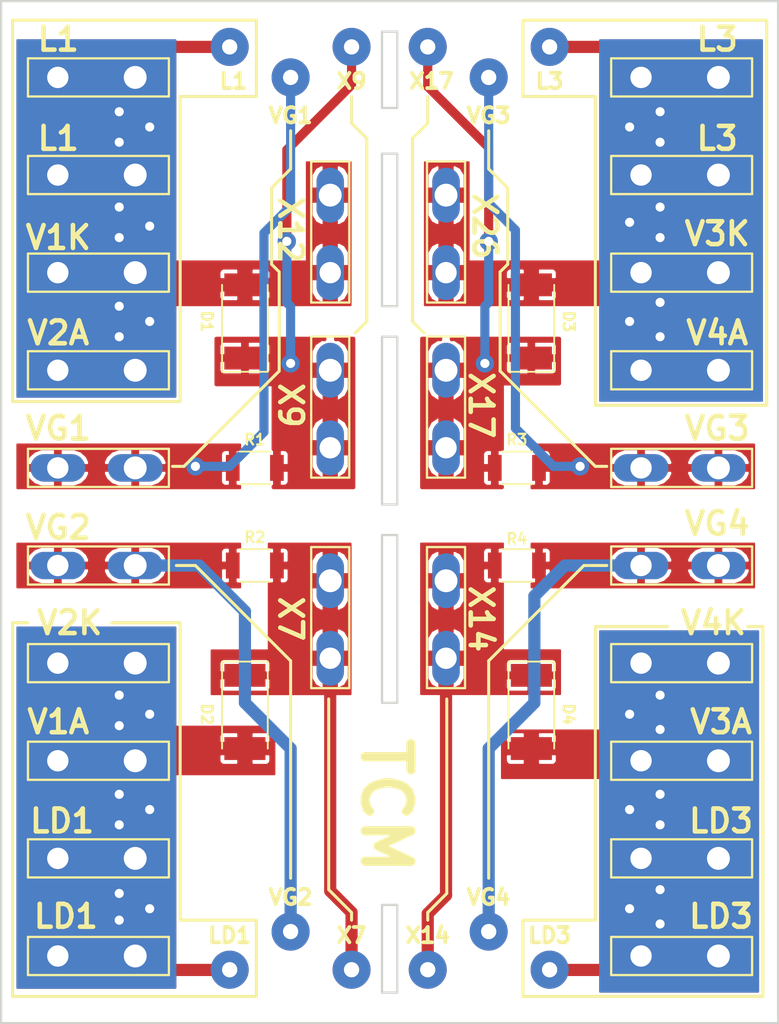
<source format=kicad_pcb>
(kicad_pcb (version 4) (host pcbnew 4.0.7)
  (layers (0 F.Cu signal) (31 B.Cu signal) (34 B.Paste user hide) (35 F.Paste user hide) (36 B.SilkS user) (37 F.SilkS user) (38 B.Mask user) (39 F.Mask user) (44 Edge.Cuts user))
  (net 0 "")
  (net 1 /IN1)
  (net 2 /L1)
  (net 3 /IN2)
  (net 4 /LD1)
  (net 5 /IN3)
  (net 6 /L3)
  (net 7 /IN4)
  (net 8 /LD3)
  (net 9 /VG1)
  (net 10 /VG2)
  (net 11 /VG3)
  (net 12 /VG4)
  (module Wire_Pads:SolderWirePad_single_1mmDrill (layer F.Cu) (at 154 89.5)
    (fp_text reference REF** hide)
    (fp_text value SolderWirePad_single_1mmDrill hide)
    (pad 1 thru_hole circle (at 0 0) (size 1.2 1.2) (drill 0.6) (layers *.Cu) (net 11 /VG3))
  )
  (module Wire_Pads:SolderWirePad_single_1mmDrill (layer F.Cu) (at 128.75 89.5)
    (fp_text reference REF** hide)
    (fp_text value SolderWirePad_single_1mmDrill hide)
    (pad 1 thru_hole circle (at 0 0) (size 1.2 1.2) (drill 0.6) (layers *.Cu) (net 9 /VG1))
  )
  (module Wire_Pads:SolderWirePad_single_1mmDrill (layer F.Cu) (at 148 74.75)
    (fp_text reference REF** hide)
    (fp_text value SolderWirePad_single_1mmDrill hide)
    (pad 1 thru_hole circle (at 0 0) (size 1.2 1.2) (drill 0.6) (layers *.Cu) (net 5 /IN3))
  )
  (module Wire_Pads:SolderWirePad_single_1mmDrill (layer F.Cu) (at 147.75 82.75)
    (fp_text reference REF** hide)
    (fp_text value SolderWirePad_single_1mmDrill hide)
    (pad 1 thru_hole circle (at 0 0) (size 1.2 1.2) (drill 0.6) (layers *.Cu) (net 5 /IN3))
  )
  (module Wire_Pads:SolderWirePad_single_1mmDrill (layer F.Cu) (at 134.75 74.75)
    (fp_text reference REF** hide)
    (fp_text value SolderWirePad_single_1mmDrill hide)
    (pad 1 thru_hole circle (at 0 0) (size 1.2 1.2) (drill 0.6) (layers *.Cu) (net 1 /IN1))
  )
  (module Wire_Pads:SolderWirePad_single_1mmDrill (layer F.Cu) (at 135 82.75)
    (fp_text reference REF** hide)
    (fp_text value SolderWirePad_single_1mmDrill hide)
    (pad 1 thru_hole circle (at 0 0) (size 1.2 1.2) (drill 0.6) (layers *.Cu) (net 1 /IN1))
  )
  (module Wire_Pads:SolderWirePad_single_0-8mmDrill (layer F.Cu) (at 159.25 119.5)
    (fp_text reference REF** hide)
    (fp_text value SolderWirePad_single_0-8mmDrill hide)
    (pad 1 thru_hole circle (at 0 0) (size 1.2 1.2) (drill 0.6) (layers *.Cu *.Mask) (net 8 /LD3))
  )
  (module Wire_Pads:SolderWirePad_single_0-8mmDrill (layer F.Cu) (at 157.25 118.5)
    (fp_text reference REF** hide)
    (fp_text value SolderWirePad_single_0-8mmDrill hide)
    (pad 1 thru_hole circle (at 0 0) (size 1.2 1.2) (drill 0.6) (layers *.Cu *.Mask) (net 8 /LD3))
  )
  (module Wire_Pads:SolderWirePad_single_0-8mmDrill (layer F.Cu) (at 159.25 117.25)
    (fp_text reference REF** hide)
    (fp_text value SolderWirePad_single_0-8mmDrill hide)
    (pad 1 thru_hole circle (at 0 0) (size 1.2 1.2) (drill 0.6) (layers *.Cu *.Mask) (net 8 /LD3))
  )
  (module Wire_Pads:SolderWirePad_single_0-8mmDrill (layer F.Cu) (at 159.25 113)
    (fp_text reference REF** hide)
    (fp_text value SolderWirePad_single_0-8mmDrill hide)
    (pad 1 thru_hole circle (at 0 0) (size 1.2 1.2) (drill 0.6) (layers *.Cu *.Mask) (net 8 /LD3))
  )
  (module Wire_Pads:SolderWirePad_single_0-8mmDrill (layer F.Cu) (at 157.25 112)
    (fp_text reference REF** hide)
    (fp_text value SolderWirePad_single_0-8mmDrill hide)
    (pad 1 thru_hole circle (at 0 0) (size 1.2 1.2) (drill 0.6) (layers *.Cu *.Mask) (net 8 /LD3))
  )
  (module Wire_Pads:SolderWirePad_single_0-8mmDrill (layer F.Cu) (at 159.25 111)
    (fp_text reference REF** hide)
    (fp_text value SolderWirePad_single_0-8mmDrill hide)
    (pad 1 thru_hole circle (at 0 0) (size 1.2 1.2) (drill 0.6) (layers *.Cu *.Mask) (net 8 /LD3))
  )
  (module Wire_Pads:SolderWirePad_single_0-8mmDrill (layer F.Cu) (at 159.25 106.75)
    (fp_text reference REF** hide)
    (fp_text value SolderWirePad_single_0-8mmDrill hide)
    (pad 1 thru_hole circle (at 0 0) (size 1.2 1.2) (drill 0.6) (layers *.Cu *.Mask) (net 8 /LD3))
  )
  (module Wire_Pads:SolderWirePad_single_0-8mmDrill (layer F.Cu) (at 157.25 105.75)
    (fp_text reference REF** hide)
    (fp_text value SolderWirePad_single_0-8mmDrill hide)
    (pad 1 thru_hole circle (at 0 0) (size 1.2 1.2) (drill 0.6) (layers *.Cu *.Mask) (net 8 /LD3))
  )
  (module Wire_Pads:SolderWirePad_single_0-8mmDrill (layer F.Cu) (at 159.25 104.5)
    (fp_text reference REF** hide)
    (fp_text value SolderWirePad_single_0-8mmDrill hide)
    (pad 1 thru_hole circle (at 0 0) (size 1.2 1.2) (drill 0.6) (layers *.Cu *.Mask) (net 8 /LD3))
  )
  (module Wire_Pads:SolderWirePad_single_0-8mmDrill (layer F.Cu) (at 125.75 118.5)
    (fp_text reference REF** hide)
    (fp_text value SolderWirePad_single_0-8mmDrill hide)
    (pad 1 thru_hole circle (at 0 0) (size 1.2 1.2) (drill 0.6) (layers *.Cu *.Mask) (net 4 /LD1))
  )
  (module Wire_Pads:SolderWirePad_single_0-8mmDrill (layer F.Cu) (at 123.75 119.25)
    (fp_text reference REF** hide)
    (fp_text value SolderWirePad_single_0-8mmDrill hide)
    (pad 1 thru_hole circle (at 0 0) (size 1.2 1.2) (drill 0.6) (layers *.Cu *.Mask) (net 4 /LD1))
  )
  (module Wire_Pads:SolderWirePad_single_0-8mmDrill (layer F.Cu) (at 123.75 117.5)
    (fp_text reference REF** hide)
    (fp_text value SolderWirePad_single_0-8mmDrill hide)
    (pad 1 thru_hole circle (at 0 0) (size 1.2 1.2) (drill 0.6) (layers *.Cu *.Mask) (net 4 /LD1))
  )
  (module Wire_Pads:SolderWirePad_single_0-8mmDrill (layer F.Cu) (at 125.75 112)
    (fp_text reference REF** hide)
    (fp_text value SolderWirePad_single_0-8mmDrill hide)
    (pad 1 thru_hole circle (at 0 0) (size 1.2 1.2) (drill 0.6) (layers *.Cu *.Mask) (net 4 /LD1))
  )
  (module Wire_Pads:SolderWirePad_single_0-8mmDrill (layer F.Cu) (at 123.75 113)
    (fp_text reference REF** hide)
    (fp_text value SolderWirePad_single_0-8mmDrill hide)
    (pad 1 thru_hole circle (at 0 0) (size 1.2 1.2) (drill 0.6) (layers *.Cu *.Mask) (net 4 /LD1))
  )
  (module Wire_Pads:SolderWirePad_single_0-8mmDrill (layer F.Cu) (at 123.75 111)
    (fp_text reference REF** hide)
    (fp_text value SolderWirePad_single_0-8mmDrill hide)
    (pad 1 thru_hole circle (at 0 0) (size 1.2 1.2) (drill 0.6) (layers *.Cu *.Mask) (net 4 /LD1))
  )
  (module Wire_Pads:SolderWirePad_single_0-8mmDrill (layer F.Cu) (at 125.75 105.75)
    (fp_text reference REF** hide)
    (fp_text value SolderWirePad_single_0-8mmDrill hide)
    (pad 1 thru_hole circle (at 0 0) (size 1.2 1.2) (drill 0.6) (layers *.Cu *.Mask) (net 4 /LD1))
  )
  (module Wire_Pads:SolderWirePad_single_0-8mmDrill (layer F.Cu) (at 123.75 106.5)
    (fp_text reference REF** hide)
    (fp_text value SolderWirePad_single_0-8mmDrill hide)
    (pad 1 thru_hole circle (at 0 0) (size 1.2 1.2) (drill 0.6) (layers *.Cu *.Mask) (net 4 /LD1))
  )
  (module Wire_Pads:SolderWirePad_single_0-8mmDrill (layer F.Cu) (at 123.75 104.5)
    (fp_text reference REF** hide)
    (fp_text value SolderWirePad_single_0-8mmDrill hide)
    (pad 1 thru_hole circle (at 0 0) (size 1.2 1.2) (drill 0.6) (layers *.Cu *.Mask) (net 4 /LD1))
  )
  (module Wire_Pads:SolderWirePad_single_0-8mmDrill (layer F.Cu) (at 157.25 80)
    (fp_text reference REF** hide)
    (fp_text value SolderWirePad_single_0-8mmDrill hide)
    (pad 1 thru_hole circle (at 0 0) (size 1.2 1.2) (drill 0.6) (layers *.Cu *.Mask) (net 6 /L3))
  )
  (module Wire_Pads:SolderWirePad_single_0-8mmDrill (layer F.Cu) (at 125.75 80)
    (fp_text reference REF** hide)
    (fp_text value SolderWirePad_single_0-8mmDrill hide)
    (pad 1 thru_hole circle (at 0 0) (size 1.2 1.2) (drill 0.6) (layers *.Cu *.Mask) (net 2 /L1))
  )
  (module Wire_Pads:SolderWirePad_single_0-8mmDrill (layer F.Cu) (at 159.25 72.5)
    (fp_text reference REF** hide)
    (fp_text value SolderWirePad_single_0-8mmDrill hide)
    (pad 1 thru_hole circle (at 0 0) (size 1.2 1.2) (drill 0.6) (layers *.Cu *.Mask) (net 6 /L3))
  )
  (module Wire_Pads:SolderWirePad_single_0-8mmDrill (layer F.Cu) (at 159.25 78.75)
    (fp_text reference REF** hide)
    (fp_text value SolderWirePad_single_0-8mmDrill hide)
    (pad 1 thru_hole circle (at 0 0) (size 1.2 1.2) (drill 0.6) (layers *.Cu *.Mask) (net 6 /L3))
  )
  (module Wire_Pads:SolderWirePad_single_0-8mmDrill (layer F.Cu) (at 159.25 66.25)
    (fp_text reference REF** hide)
    (fp_text value SolderWirePad_single_0-8mmDrill hide)
    (pad 1 thru_hole circle (at 0 0) (size 1.2 1.2) (drill 0.6) (layers *.Cu *.Mask) (net 6 /L3))
  )
  (module Wire_Pads:SolderWirePad_single_0-8mmDrill (layer F.Cu) (at 159.25 81)
    (fp_text reference REF** hide)
    (fp_text value SolderWirePad_single_0-8mmDrill hide)
    (pad 1 thru_hole circle (at 0 0) (size 1.2 1.2) (drill 0.6) (layers *.Cu *.Mask) (net 6 /L3))
  )
  (module Wire_Pads:SolderWirePad_single_0-8mmDrill (layer F.Cu) (at 159.25 74.5)
    (fp_text reference REF** hide)
    (fp_text value SolderWirePad_single_0-8mmDrill hide)
    (pad 1 thru_hole circle (at 0 0) (size 1.2 1.2) (drill 0.6) (layers *.Cu *.Mask) (net 6 /L3))
  )
  (module Wire_Pads:SolderWirePad_single_0-8mmDrill (layer F.Cu) (at 123.75 79)
    (fp_text reference REF** hide)
    (fp_text value SolderWirePad_single_0-8mmDrill hide)
    (pad 1 thru_hole circle (at 0 0) (size 1.2 1.2) (drill 0.6) (layers *.Cu *.Mask) (net 2 /L1))
  )
  (module Wire_Pads:SolderWirePad_single_0-8mmDrill (layer F.Cu) (at 157.25 73.5)
    (fp_text reference REF** hide)
    (fp_text value SolderWirePad_single_0-8mmDrill hide)
    (pad 1 thru_hole circle (at 0 0) (size 1.2 1.2) (drill 0.6) (layers *.Cu *.Mask) (net 6 /L3))
  )
  (module Wire_Pads:SolderWirePad_single_0-8mmDrill (layer F.Cu) (at 123.75 81)
    (fp_text reference REF** hide)
    (fp_text value SolderWirePad_single_0-8mmDrill hide)
    (pad 1 thru_hole circle (at 0 0) (size 1.2 1.2) (drill 0.6) (layers *.Cu *.Mask) (net 2 /L1))
  )
  (module Wire_Pads:SolderWirePad_single_0-8mmDrill (layer F.Cu) (at 123.75 72.5)
    (fp_text reference REF** hide)
    (fp_text value SolderWirePad_single_0-8mmDrill hide)
    (pad 1 thru_hole circle (at 0 0) (size 1.2 1.2) (drill 0.6) (layers *.Cu *.Mask) (net 2 /L1))
  )
  (module Wire_Pads:SolderWirePad_single_0-8mmDrill (layer F.Cu) (at 123.75 66.25)
    (fp_text reference REF** hide)
    (fp_text value SolderWirePad_single_0-8mmDrill hide)
    (pad 1 thru_hole circle (at 0 0) (size 1.2 1.2) (drill 0.6) (layers *.Cu *.Mask) (net 2 /L1))
  )
  (module Wire_Pads:SolderWirePad_single_0-8mmDrill (layer F.Cu) (at 159.25 68.25)
    (fp_text reference REF** hide)
    (fp_text value SolderWirePad_single_0-8mmDrill hide)
    (pad 1 thru_hole circle (at 0 0) (size 1.2 1.2) (drill 0.6) (layers *.Cu *.Mask) (net 6 /L3))
  )
  (module Wire_Pads:SolderWirePad_single_0-8mmDrill (layer F.Cu) (at 125.75 73.75)
    (fp_text reference REF** hide)
    (fp_text value SolderWirePad_single_0-8mmDrill hide)
    (pad 1 thru_hole circle (at 0 0) (size 1.2 1.2) (drill 0.6) (layers *.Cu *.Mask) (net 2 /L1))
  )
  (module Wire_Pads:SolderWirePad_single_0-8mmDrill (layer F.Cu) (at 157.25 67.25)
    (fp_text reference REF** hide)
    (fp_text value SolderWirePad_single_0-8mmDrill hide)
    (pad 1 thru_hole circle (at 0 0) (size 1.2 1.2) (drill 0.6) (layers *.Cu *.Mask) (net 6 /L3))
  )
  (module Wire_Pads:SolderWirePad_single_0-8mmDrill (layer F.Cu) (at 125.75 67.25)
    (fp_text reference REF** hide)
    (fp_text value SolderWirePad_single_0-8mmDrill hide)
    (pad 1 thru_hole circle (at 0 0) (size 1.2 1.2) (drill 0.6) (layers *.Cu *.Mask) (net 2 /L1))
  )
  (module Wire_Pads:SolderWirePad_single_0-8mmDrill (layer F.Cu) (at 123.75 74.5)
    (fp_text reference REF** hide)
    (fp_text value SolderWirePad_single_0-8mmDrill hide)
    (pad 1 thru_hole circle (at 0 0) (size 1.2 1.2) (drill 0.6) (layers *.Cu *.Mask) (net 2 /L1))
  )
  (module Wire_Pads:SolderWirePad_single_1mmDrill (layer F.Cu) (at 148 64)
    (fp_text reference REF** hide)
    (fp_text value SolderWirePad_single_1mmDrill hide)
    (pad 1 thru_hole circle (at 0 0) (size 2.49936 2.49936) (drill 1.00076) (layers *.Cu F.Mask) (net 11 /VG3))
  )
  (module Wire_Pads:SolderWirePad_single_1mmDrill (layer F.Cu) (at 135 64)
    (fp_text reference REF** hide)
    (fp_text value SolderWirePad_single_1mmDrill hide)
    (pad 1 thru_hole circle (at 0 0) (size 2.49936 2.49936) (drill 1.00076) (layers *.Cu F.Mask) (net 9 /VG1))
  )
  (module Wire_Pads:SolderWirePad_single_1mmDrill (layer F.Cu) (at 144 62)
    (fp_text reference REF** hide)
    (fp_text value SolderWirePad_single_1mmDrill hide)
    (pad 1 thru_hole circle (at 0 0) (size 2.49936 2.49936) (drill 1.00076) (layers *.Cu F.Mask) (net 5 /IN3))
  )
  (module Wire_Pads:SolderWirePad_single_1mmDrill (layer F.Cu) (at 139 62)
    (fp_text reference REF** hide)
    (fp_text value SolderWirePad_single_1mmDrill hide)
    (pad 1 thru_hole circle (at 0 0) (size 2.49936 2.49936) (drill 1.00076) (layers *.Cu F.Mask) (net 1 /IN1))
  )
  (module Wire_Pads:SolderWirePad_single_1mmDrill (layer F.Cu) (at 152 62)
    (fp_text reference REF** hide)
    (fp_text value SolderWirePad_single_1mmDrill hide)
    (pad 1 thru_hole circle (at 0 0) (size 2.49936 2.49936) (drill 1.00076) (layers *.Cu F.Mask) (net 6 /L3))
  )
  (module Wire_Pads:SolderWirePad_single_1mmDrill (layer F.Cu) (at 131 62)
    (fp_text reference REF** hide)
    (fp_text value SolderWirePad_single_1mmDrill hide)
    (pad 1 thru_hole circle (at 0 0) (size 2.49936 2.49936) (drill 1.00076) (layers *.Cu F.Mask) (net 2 /L1))
  )
  (module Wire_Pads:SolderWirePad_single_1mmDrill (layer F.Cu) (at 135 120)
    (fp_text reference REF** hide)
    (fp_text value SolderWirePad_single_1mmDrill hide)
    (pad 1 thru_hole circle (at 0 0) (size 2.49936 2.49936) (drill 1.00076) (layers *.Cu F.Mask) (net 10 /VG2))
  )
  (module Wire_Pads:SolderWirePad_single_1mmDrill (layer F.Cu) (at 148 120)
    (fp_text reference REF** hide)
    (fp_text value SolderWirePad_single_1mmDrill hide)
    (pad 1 thru_hole circle (at 0 0) (size 2.49936 2.49936) (drill 1.00076) (layers *.Cu F.Mask) (net 12 /VG4))
  )
  (module Wire_Pads:SolderWirePad_single_1mmDrill (layer F.Cu) (at 144 122.5)
    (fp_text reference REF** hide)
    (fp_text value SolderWirePad_single_1mmDrill hide)
    (pad 1 thru_hole circle (at 0 0) (size 2.49936 2.49936) (drill 1.00076) (layers *.Cu F.Mask) (net 7 /IN4))
  )
  (module Wire_Pads:SolderWirePad_single_1mmDrill (layer F.Cu) (at 152 122.5)
    (fp_text reference REF** hide)
    (fp_text value SolderWirePad_single_1mmDrill hide)
    (pad 1 thru_hole circle (at 0 0) (size 2.49936 2.49936) (drill 1.00076) (layers *.Cu F.Mask) (net 8 /LD3))
  )
  (module Wire_Pads:SolderWirePad_single_1mmDrill (layer F.Cu) (at 131 122.5)
    (fp_text reference REF** hide)
    (fp_text value SolderWirePad_single_1mmDrill hide)
    (pad 1 thru_hole circle (at 0 0) (size 2.49936 2.49936) (drill 1.00076) (layers *.Cu F.Mask) (net 4 /LD1))
  )
  (module Mounting_Holes:MountingHole_4.3mm_M4 (layer F.Cu) (at 152 72)
    (fp_text reference REF** hide)
    (fp_text value MountingHole_4.3mm_M4)
    (pad "" np_thru_hole circle (at 0 0) (size 4.3 4.3) (drill 4.3) (layers *.Cu *.Mask))
  )
  (module Mounting_Holes:MountingHole_4.3mm_M4 (layer F.Cu) (at 131 72)
    (fp_text reference REF** hide)
    (fp_text value MountingHole_4.3mm_M4)
    (pad "" np_thru_hole circle (at 0 0) (size 4.3 4.3) (drill 4.3) (layers *.Cu *.Mask))
  )
  (module Mounting_Holes:MountingHole_4.3mm_M4 (layer F.Cu) (at 152 113)
    (fp_text reference REF** hide)
    (fp_text value MountingHole_4.3mm_M4 hide)
    (pad "" np_thru_hole circle (at 0 0) (size 4.3 4.3) (drill 4.3) (layers *.Cu *.Mask))
  )
  (module disc:D_MELF (layer F.Cu) (at 132 80 90)
    (fp_text reference D1 hide)
    (fp_text value LL4007)
    (pad 1 smd rect (at -2.4 0 90) (size 1.5 2.7) (layers F.Cu F.Paste F.Mask) (net 1 /IN1))
    (pad 2 smd rect (at 2.4 0 90) (size 1.5 2.7) (layers F.Cu F.Paste F.Mask) (net 2 /L1) (thermal_gap 0.254))
  )
  (module disc:D_MELF (layer F.Cu) (at 132 105.6 270)
    (fp_text reference D2 hide)
    (fp_text value LL4007)
    (pad 1 smd rect (at -2.4 0 270) (size 1.5 2.7) (layers F.Cu F.Paste F.Mask) (net 3 /IN2))
    (pad 2 smd rect (at 2.4 0 270) (size 1.5 2.7) (layers F.Cu F.Paste F.Mask) (net 4 /LD1) (thermal_gap 0.254))
  )
  (module disc:D_MELF (layer F.Cu) (at 150.8 80 90)
    (fp_text reference D3 hide)
    (fp_text value LL4007)
    (pad 1 smd rect (at -2.4 0 90) (size 1.5 2.7) (layers F.Cu F.Paste F.Mask) (net 5 /IN3))
    (pad 2 smd rect (at 2.4 0 90) (size 1.5 2.7) (layers F.Cu F.Paste F.Mask) (net 6 /L3) (thermal_gap 0.254))
  )
  (module disc:D_MELF (layer F.Cu) (at 150.8 105.6 270)
    (fp_text reference D4 hide)
    (fp_text value LL4007)
    (pad 1 smd rect (at -2.4 0 270) (size 1.5 2.7) (layers F.Cu F.Paste F.Mask) (net 7 /IN4))
    (pad 2 smd rect (at 2.4 0 270) (size 1.5 2.7) (layers F.Cu F.Paste F.Mask) (net 8 /LD3) (thermal_gap 0.254))
  )
  (module mech:Faston_6.3x0.8x14 (layer F.Cu) (at 122.26 64)
    (fp_text reference L11 hide)
    (fp_text value Faston_6.3x08x14)
    (pad 1 thru_hole oval (at -2.54 0) (size 3.6 1.8) (drill 1.4) (layers *.Cu *.Mask) (net 2 /L1))
    (pad 1 thru_hole oval (at 2.54 0) (size 3.6 1.8) (drill 1.5) (layers *.Cu *.Mask) (net 2 /L1))
  )
  (module mech:Faston_6.3x0.8x14 (layer F.Cu) (at 122.26 70.4)
    (fp_text reference L12 hide)
    (fp_text value Faston_6.3x08x14)
    (pad 1 thru_hole oval (at -2.54 0) (size 3.6 1.8) (drill 1.4) (layers *.Cu *.Mask) (net 2 /L1))
    (pad 1 thru_hole oval (at 2.54 0) (size 3.6 1.8) (drill 1.5) (layers *.Cu *.Mask) (net 2 /L1))
  )
  (module mech:Faston_6.3x0.8x14 (layer F.Cu) (at 160.54 64)
    (fp_text reference L31 hide)
    (fp_text value Faston_6.3x08x14)
    (pad 1 thru_hole oval (at -2.54 0) (size 3.6 1.8) (drill 1.4) (layers *.Cu *.Mask) (net 6 /L3))
    (pad 1 thru_hole oval (at 2.54 0) (size 3.6 1.8) (drill 1.5) (layers *.Cu *.Mask) (net 6 /L3))
  )
  (module mech:Faston_6.3x0.8x14 (layer F.Cu) (at 160.54 70.4)
    (fp_text reference L32 hide)
    (fp_text value Faston_6.3x08x14)
    (pad 1 thru_hole oval (at -2.54 0) (size 3.6 1.8) (drill 1.4) (layers *.Cu *.Mask) (net 6 /L3))
    (pad 1 thru_hole oval (at 2.54 0) (size 3.6 1.8) (drill 1.5) (layers *.Cu *.Mask) (net 6 /L3))
  )
  (module mech:Faston_6.3x0.8x14 (layer F.Cu) (at 122.26 121.6)
    (fp_text reference LD11 hide)
    (fp_text value Faston_6.3x08x14)
    (pad 1 thru_hole oval (at -2.54 0) (size 3.6 1.8) (drill 1.4) (layers *.Cu *.Mask) (net 4 /LD1))
    (pad 1 thru_hole oval (at 2.54 0) (size 3.6 1.8) (drill 1.5) (layers *.Cu *.Mask) (net 4 /LD1))
  )
  (module mech:Faston_6.3x0.8x14 (layer F.Cu) (at 122.26 115.2)
    (fp_text reference LD12 hide)
    (fp_text value Faston_6.3x08x14)
    (pad 1 thru_hole oval (at -2.54 0) (size 3.6 1.8) (drill 1.4) (layers *.Cu *.Mask) (net 4 /LD1))
    (pad 1 thru_hole oval (at 2.54 0) (size 3.6 1.8) (drill 1.5) (layers *.Cu *.Mask) (net 4 /LD1))
  )
  (module mech:Faston_6.3x0.8x14 (layer F.Cu) (at 160.54 115.2)
    (fp_text reference LD31 hide)
    (fp_text value Faston_6.3x08x14)
    (pad 1 thru_hole oval (at -2.54 0) (size 3.6 1.8) (drill 1.4) (layers *.Cu *.Mask) (net 8 /LD3))
    (pad 1 thru_hole oval (at 2.54 0) (size 3.6 1.8) (drill 1.5) (layers *.Cu *.Mask) (net 8 /LD3))
  )
  (module mech:Faston_6.3x0.8x14 (layer F.Cu) (at 160.54 121.6)
    (fp_text reference LD32 hide)
    (fp_text value Faston_6.3x08x14)
    (pad 1 thru_hole oval (at -2.54 0) (size 3.6 1.8) (drill 1.4) (layers *.Cu *.Mask) (net 8 /LD3))
    (pad 1 thru_hole oval (at 2.54 0) (size 3.6 1.8) (drill 1.5) (layers *.Cu *.Mask) (net 8 /LD3))
  )
  (module resistors:R_1206 (layer F.Cu) (at 132.65 89.6)
    (fp_text reference R1 (at 0 -1.85) (layer F.SilkS) (effects (font (size 0.7 0.7))))
    (fp_text value 330R)
    (pad 1 smd rect (at -1.45 0) (size 0.9 1.7) (layers F.Cu F.Paste F.Mask) (net 9 /VG1))
    (pad 2 smd rect (at 1.45 0) (size 0.9 1.7) (layers F.Cu F.Paste F.Mask) (net 1 /IN1))
  )
  (module resistors:R_1206 (layer F.Cu) (at 132.65 96)
    (fp_text reference R2 (at 0 -1.85) (layer F.SilkS) (effects (font (size 0.7 0.7))))
    (fp_text value 330R)
    (pad 1 smd rect (at -1.45 0) (size 0.9 1.7) (layers F.Cu F.Paste F.Mask) (net 10 /VG2))
    (pad 2 smd rect (at 1.45 0) (size 0.9 1.7) (layers F.Cu F.Paste F.Mask) (net 3 /IN2))
  )
  (module resistors:R_1206 (layer F.Cu) (at 149.85 89.6 180)
    (fp_text reference R3 (at 0 1.85 180) (layer F.SilkS) (effects (font (size 0.7 0.7))))
    (fp_text value 330R)
    (pad 1 smd rect (at -1.45 0 180) (size 0.9 1.7) (layers F.Cu F.Paste F.Mask) (net 11 /VG3))
    (pad 2 smd rect (at 1.45 0 180) (size 0.9 1.7) (layers F.Cu F.Paste F.Mask) (net 5 /IN3))
  )
  (module resistors:R_1206 (layer F.Cu) (at 149.85 96 180)
    (fp_text reference R4 (at 0 1.75 180) (layer F.SilkS) (effects (font (size 0.7 0.7))))
    (fp_text value 330R)
    (pad 1 smd rect (at -1.45 0 180) (size 0.9 1.7) (layers F.Cu F.Paste F.Mask) (net 12 /VG4))
    (pad 2 smd rect (at 1.45 0 180) (size 0.9 1.7) (layers F.Cu F.Paste F.Mask) (net 7 /IN4))
  )
  (module mech:Faston_6.3x0.8x14 (layer F.Cu) (at 122.26 108.8)
    (fp_text reference V1A1 hide)
    (fp_text value Faston_6.3x08x14)
    (pad 1 thru_hole oval (at -2.54 0) (size 3.6 1.8) (drill 1.4) (layers *.Cu *.Mask) (net 4 /LD1))
    (pad 1 thru_hole oval (at 2.54 0) (size 3.6 1.8) (drill 1.5) (layers *.Cu *.Mask) (net 4 /LD1))
  )
  (module mech:Faston_6.3x0.8x14 (layer F.Cu) (at 122.26 76.8)
    (fp_text reference V1K1 hide)
    (fp_text value Faston_6.3x08x14)
    (pad 1 thru_hole oval (at -2.54 0) (size 3.6 1.8) (drill 1.4) (layers *.Cu *.Mask) (net 2 /L1))
    (pad 1 thru_hole oval (at 2.54 0) (size 3.6 1.8) (drill 1.5) (layers *.Cu *.Mask) (net 2 /L1))
  )
  (module mech:Faston_6.3x0.8x14 (layer F.Cu) (at 122.26 83.2)
    (fp_text reference V2A1 hide)
    (fp_text value Faston_6.3x08x14)
    (pad 1 thru_hole oval (at -2.54 0) (size 3.6 1.8) (drill 1.4) (layers *.Cu *.Mask) (net 2 /L1))
    (pad 1 thru_hole oval (at 2.54 0) (size 3.6 1.8) (drill 1.5) (layers *.Cu *.Mask) (net 2 /L1))
  )
  (module mech:Faston_6.3x0.8x14 (layer F.Cu) (at 122.26 102.4)
    (fp_text reference V2K1 hide)
    (fp_text value Faston_6.3x08x14)
    (pad 1 thru_hole oval (at -2.54 0) (size 3.6 1.8) (drill 1.4) (layers *.Cu *.Mask) (net 4 /LD1))
    (pad 1 thru_hole oval (at 2.54 0) (size 3.6 1.8) (drill 1.5) (layers *.Cu *.Mask) (net 4 /LD1))
  )
  (module mech:Faston_6.3x0.8x14 (layer F.Cu) (at 160.54 108.8)
    (fp_text reference V3A1 hide)
    (fp_text value Faston_6.3x08x14)
    (pad 1 thru_hole oval (at -2.54 0) (size 3.6 1.8) (drill 1.4) (layers *.Cu *.Mask) (net 8 /LD3))
    (pad 1 thru_hole oval (at 2.54 0) (size 3.6 1.8) (drill 1.5) (layers *.Cu *.Mask) (net 8 /LD3))
  )
  (module mech:Faston_6.3x0.8x14 (layer F.Cu) (at 160.54 76.8)
    (fp_text reference V3K1 hide)
    (fp_text value Faston_6.3x08x14)
    (pad 1 thru_hole oval (at -2.54 0) (size 3.6 1.8) (drill 1.4) (layers *.Cu *.Mask) (net 6 /L3))
    (pad 1 thru_hole oval (at 2.54 0) (size 3.6 1.8) (drill 1.5) (layers *.Cu *.Mask) (net 6 /L3))
  )
  (module mech:Faston_6.3x0.8x14 (layer F.Cu) (at 160.54 83.2)
    (fp_text reference V4A1 hide)
    (fp_text value Faston_6.3x08x14)
    (pad 1 thru_hole oval (at -2.54 0) (size 3.6 1.8) (drill 1.4) (layers *.Cu *.Mask) (net 6 /L3))
    (pad 1 thru_hole oval (at 2.54 0) (size 3.6 1.8) (drill 1.5) (layers *.Cu *.Mask) (net 6 /L3))
  )
  (module mech:Faston_6.3x0.8x14 (layer F.Cu) (at 160.54 102.4)
    (fp_text reference V4K1 hide)
    (fp_text value Faston_6.3x08x14)
    (pad 1 thru_hole oval (at -2.54 0) (size 3.6 1.8) (drill 1.4) (layers *.Cu *.Mask) (net 8 /LD3))
    (pad 1 thru_hole oval (at 2.54 0) (size 3.6 1.8) (drill 1.5) (layers *.Cu *.Mask) (net 8 /LD3))
  )
  (module mech:Faston_6.3x0.8x14 (layer F.Cu) (at 122.26 89.6)
    (fp_text reference VG1 (at -2.51 -2.6) (layer F.SilkS) (effects (font (size 1.5 1.5) (thickness 0.3))))
    (fp_text value Faston_6.3x08x14)
    (pad 1 thru_hole oval (at -2.54 0) (size 3.6 1.8) (drill 1.4) (layers *.Cu *.Mask) (net 9 /VG1))
    (pad 1 thru_hole oval (at 2.54 0) (size 3.6 1.8) (drill 1.5) (layers *.Cu *.Mask) (net 9 /VG1))
  )
  (module mech:Faston_6.3x0.8x14 (layer F.Cu) (at 122.26 96)
    (fp_text reference VG2 (at -2.51 -2.5) (layer F.SilkS) (effects (font (size 1.5 1.5) (thickness 0.3))))
    (fp_text value Faston_6.3x08x14)
    (pad 1 thru_hole oval (at -2.54 0) (size 3.6 1.8) (drill 1.4) (layers *.Cu *.Mask) (net 10 /VG2))
    (pad 1 thru_hole oval (at 2.54 0) (size 3.6 1.8) (drill 1.5) (layers *.Cu *.Mask) (net 10 /VG2))
  )
  (module mech:Faston_6.3x0.8x14 (layer F.Cu) (at 160.54 89.6)
    (fp_text reference VG3 (at 2.46 -2.6) (layer F.SilkS) (effects (font (size 1.5 1.5) (thickness 0.3))))
    (fp_text value Faston_6.3x08x14)
    (pad 1 thru_hole oval (at -2.54 0) (size 3.6 1.8) (drill 1.4) (layers *.Cu *.Mask) (net 11 /VG3))
    (pad 1 thru_hole oval (at 2.54 0) (size 3.6 1.8) (drill 1.5) (layers *.Cu *.Mask) (net 11 /VG3))
  )
  (module mech:Faston_6.3x0.8x14 (layer F.Cu) (at 160.54 96)
    (fp_text reference VG4 (at 2.46 -2.75) (layer F.SilkS) (effects (font (size 1.5 1.5) (thickness 0.3))))
    (fp_text value Faston_6.3x08x14)
    (pad 1 thru_hole oval (at -2.54 0) (size 3.6 1.8) (drill 1.4) (layers *.Cu *.Mask) (net 12 /VG4))
    (pad 1 thru_hole oval (at 2.54 0) (size 3.6 1.8) (drill 1.5) (layers *.Cu *.Mask) (net 12 /VG4))
  )
  (module mech:Faston_6.3x0.8x14 (layer F.Cu) (at 137.6 99.54 90)
    (fp_text reference X7 hide)
    (fp_text value Faston_6.3x08x14)
    (pad 1 thru_hole oval (at -2.54 0 90) (size 3.6 1.8) (drill 1.4) (layers *.Cu *.Mask) (net 3 /IN2) (thermal_gap 0.254))
    (pad 1 thru_hole oval (at 2.54 0 90) (size 3.6 1.8) (drill 1.5) (layers *.Cu *.Mask) (net 3 /IN2) (thermal_gap 0.254))
  )
  (module mech:Faston_6.3x0.8x14 (layer F.Cu) (at 137.6 85.74 90)
    (fp_text reference X9 hide)
    (fp_text value Faston_6.3x08x14)
    (pad 1 thru_hole oval (at -2.54 0 90) (size 3.6 1.8) (drill 1.4) (layers *.Cu *.Mask) (net 1 /IN1) (thermal_gap 0.254))
    (pad 1 thru_hole oval (at 2.54 0 90) (size 3.6 1.8) (drill 1.5) (layers *.Cu *.Mask) (net 1 /IN1) (thermal_gap 0.254))
  )
  (module mech:Faston_6.3x0.8x14 (layer F.Cu) (at 137.6 74.26 90)
    (fp_text reference X12 hide)
    (fp_text value Faston_6.3x08x14)
    (pad 1 thru_hole oval (at -2.54 0 90) (size 3.6 1.8) (drill 1.4) (layers *.Cu *.Mask) (net 2 /L1) (thermal_gap 0.254))
    (pad 1 thru_hole oval (at 2.54 0 90) (size 3.6 1.8) (drill 1.5) (layers *.Cu *.Mask) (net 2 /L1) (thermal_gap 0.254))
  )
  (module mech:Faston_6.3x0.8x14 (layer F.Cu) (at 145.2 99.54 90)
    (fp_text reference X14 hide)
    (fp_text value Faston_6.3x08x14)
    (pad 1 thru_hole oval (at -2.54 0 90) (size 3.6 1.8) (drill 1.4) (layers *.Cu *.Mask) (net 7 /IN4) (thermal_gap 0.254))
    (pad 1 thru_hole oval (at 2.54 0 90) (size 3.6 1.8) (drill 1.5) (layers *.Cu *.Mask) (net 7 /IN4) (thermal_gap 0.254))
  )
  (module mech:Faston_6.3x0.8x14 (layer F.Cu) (at 145.2 85.74 90)
    (fp_text reference X17 hide)
    (fp_text value Faston_6.3x08x14)
    (pad 1 thru_hole oval (at -2.54 0 90) (size 3.6 1.8) (drill 1.4) (layers *.Cu *.Mask) (net 5 /IN3) (thermal_gap 0.254))
    (pad 1 thru_hole oval (at 2.54 0 90) (size 3.6 1.8) (drill 1.5) (layers *.Cu *.Mask) (net 5 /IN3) (thermal_gap 0.254))
  )
  (module mech:Faston_6.3x0.8x14 (layer F.Cu) (at 145.2 74.26 90)
    (fp_text reference X26 hide)
    (fp_text value Faston_6.3x08x14)
    (pad 1 thru_hole oval (at -2.54 0 90) (size 3.6 1.8) (drill 1.4) (layers *.Cu *.Mask) (net 6 /L3) (thermal_gap 0.254))
    (pad 1 thru_hole oval (at 2.54 0 90) (size 3.6 1.8) (drill 1.5) (layers *.Cu *.Mask) (net 6 /L3) (thermal_gap 0.254))
  )
  (module Mounting_Holes:MountingHole_4.3mm_M4 (layer F.Cu) (at 131 113)
    (fp_text reference REF** hide)
    (fp_text value MountingHole_4.3mm_M4 hide)
    (pad "" np_thru_hole circle (at 0 0) (size 4.3 4.3) (drill 4.3) (layers *.Cu *.Mask))
  )
  (module Wire_Pads:SolderWirePad_single_1mmDrill (layer F.Cu) (at 139 122.5)
    (fp_text reference REF** hide)
    (fp_text value SolderWirePad_single_1mmDrill hide)
    (pad 1 thru_hole circle (at 0 0) (size 2.49936 2.49936) (drill 1.00076) (layers *.Cu F.Mask) (net 3 /IN2))
  )
  (module Wire_Pads:SolderWirePad_single_0-8mmDrill (layer F.Cu) (at 123.75 68.25)
    (fp_text reference REF** hide)
    (fp_text value SolderWirePad_single_0-8mmDrill hide)
    (pad 1 thru_hole circle (at 0 0) (size 1.2 1.2) (drill 0.6) (layers *.Cu *.Mask) (net 2 /L1))
  )
  (gr_line (start 154.25 96) (end 155.75 96) (layer F.SilkS) (width 0.2))
  (gr_line (start 148 102.25) (end 154.25 96) (layer F.SilkS) (width 0.2))
  (gr_line (start 148 116.5) (end 148 102.25) (layer F.SilkS) (width 0.2))
  (gr_line (start 128.75 96) (end 127.5 96) (layer F.SilkS) (width 0.2))
  (gr_line (start 135 102.25) (end 128.75 96) (layer F.SilkS) (width 0.2))
  (gr_line (start 135 116.5) (end 135 102.25) (layer F.SilkS) (width 0.2))
  (gr_line (start 155 89.5) (end 155.75 89.5) (layer F.SilkS) (width 0.2))
  (gr_line (start 153.25 87.75) (end 155 89.5) (layer F.SilkS) (width 0.2))
  (gr_line (start 128 89.5) (end 127.25 89.5) (layer F.SilkS) (width 0.2))
  (gr_line (start 129.75 87.75) (end 128 89.5) (layer F.SilkS) (width 0.2))
  (gr_line (start 148.75 83.25) (end 153.25 87.75) (layer F.SilkS) (width 0.2))
  (gr_line (start 148.75 76.75) (end 148.75 83.25) (layer F.SilkS) (width 0.2))
  (gr_line (start 149.25 76.25) (end 148.75 76.75) (layer F.SilkS) (width 0.2))
  (gr_line (start 149.25 71.25) (end 149.25 76.25) (layer F.SilkS) (width 0.2))
  (gr_line (start 148 70) (end 149.25 71.25) (layer F.SilkS) (width 0.2))
  (gr_line (start 148 67.5) (end 148 70) (layer F.SilkS) (width 0.2))
  (gr_line (start 134.25 83.25) (end 129.75 87.75) (layer F.SilkS) (width 0.2))
  (gr_line (start 134.25 76.75) (end 134.25 83.25) (layer F.SilkS) (width 0.2))
  (gr_line (start 133.75 76.25) (end 134.25 76.75) (layer F.SilkS) (width 0.2))
  (gr_line (start 133.75 71.25) (end 133.75 76.25) (layer F.SilkS) (width 0.2))
  (gr_line (start 135 70) (end 133.75 71.25) (layer F.SilkS) (width 0.2))
  (gr_line (start 135 67.5) (end 135 70) (layer F.SilkS) (width 0.2))
  (gr_line (start 143 80) (end 143.75 80.75) (layer F.SilkS) (width 0.2))
  (gr_line (start 143 68) (end 143 80) (layer F.SilkS) (width 0.2))
  (gr_line (start 144 67) (end 143 68) (layer F.SilkS) (width 0.2))
  (gr_line (start 144 65.25) (end 144 67) (layer F.SilkS) (width 0.2))
  (gr_line (start 140 80) (end 139.25 80.75) (layer F.SilkS) (width 0.2))
  (gr_line (start 140 68) (end 140 80) (layer F.SilkS) (width 0.2))
  (gr_line (start 139 67) (end 140 68) (layer F.SilkS) (width 0.2))
  (gr_line (start 139 65.25) (end 139 67) (layer F.SilkS) (width 0.2))
  (gr_line (start 139 118.75) (end 139 119.25) (layer F.SilkS) (width 0.2))
  (gr_line (start 137.5 117.25) (end 139 118.75) (layer F.SilkS) (width 0.2))
  (gr_line (start 137.5 104.75) (end 137.5 117.25) (layer F.SilkS) (width 0.2))
  (gr_line (start 144 118.75) (end 144 119.25) (layer F.SilkS) (width 0.2))
  (gr_line (start 145.25 117.5) (end 144 118.75) (layer F.SilkS) (width 0.2))
  (gr_line (start 145.25 104.75) (end 145.25 117.5) (layer F.SilkS) (width 0.2))
  (gr_line (start 150.25 124.25) (end 150.25 119.25) (layer F.SilkS) (width 0.2))
  (gr_line (start 166 124.25) (end 150.25 124.25) (layer F.SilkS) (width 0.2))
  (gr_line (start 166 100) (end 166 124.25) (layer F.SilkS) (width 0.2))
  (gr_line (start 165 100) (end 166 100) (layer F.SilkS) (width 0.2))
  (gr_line (start 155 100) (end 159.75 100) (layer F.SilkS) (width 0.2))
  (gr_line (start 155 119.25) (end 155 100) (layer F.SilkS) (width 0.2))
  (gr_line (start 150.25 119.25) (end 155 119.25) (layer F.SilkS) (width 0.2))
  (gr_line (start 116.75 99.75) (end 117.75 99.75) (layer F.SilkS) (width 0.2))
  (gr_line (start 116.75 124.25) (end 116.75 99.75) (layer F.SilkS) (width 0.2))
  (gr_line (start 132.75 124.25) (end 116.75 124.25) (layer F.SilkS) (width 0.2))
  (gr_line (start 132.75 119.25) (end 132.75 124.25) (layer F.SilkS) (width 0.2))
  (gr_line (start 127.75 119.25) (end 132.75 119.25) (layer F.SilkS) (width 0.2))
  (gr_line (start 127.75 99.75) (end 127.75 119.25) (layer F.SilkS) (width 0.2))
  (gr_line (start 123.25 99.75) (end 127.75 99.75) (layer F.SilkS) (width 0.2))
  (gr_line (start 150.25 65.25) (end 150.25 60.25) (layer F.SilkS) (width 0.2))
  (gr_line (start 155 65.25) (end 150.25 65.25) (layer F.SilkS) (width 0.2))
  (gr_line (start 155 85.5) (end 155 65.25) (layer F.SilkS) (width 0.2))
  (gr_line (start 166.25 85.5) (end 155 85.5) (layer F.SilkS) (width 0.2))
  (gr_line (start 166.25 60.25) (end 166.25 85.5) (layer F.SilkS) (width 0.2))
  (gr_line (start 150.25 60.25) (end 166.25 60.25) (layer F.SilkS) (width 0.2))
  (gr_line (start 116.75 85.25) (end 116.75 60.25) (layer F.SilkS) (width 0.2))
  (gr_line (start 127.75 85.25) (end 116.75 85.25) (layer F.SilkS) (width 0.2))
  (gr_line (start 127.75 65.25) (end 127.75 85.25) (layer F.SilkS) (width 0.2))
  (gr_line (start 132.75 65.25) (end 127.75 65.25) (layer F.SilkS) (width 0.2))
  (gr_line (start 132.75 60.25) (end 132.75 65.25) (layer F.SilkS) (width 0.2))
  (gr_line (start 116.75 60.25) (end 132.75 60.25) (layer F.SilkS) (width 0.2))
  (gr_text D4 (at 153.25 105.75 270) (layer F.SilkS) (effects (font (size 0.7 0.7) (thickness 0.175))))
  (gr_text D2 (at 129.5 105.75 270) (layer F.SilkS) (effects (font (size 0.7 0.7) (thickness 0.175))))
  (gr_text D3 (at 153.25 80 270) (layer F.SilkS) (effects (font (size 0.7 0.7) (thickness 0.175))))
  (gr_text D1 (at 129.5 80 270) (layer F.SilkS) (effects (font (size 0.7 0.7) (thickness 0.175))))
  (gr_text TCM (at 141.25 111.75 270) (layer F.SilkS) (effects (font (size 3 3) (thickness 0.6))))
  (gr_text L3 (at 163 68) (layer F.SilkS) (effects (font (size 1.5 1.5) (thickness 0.3))))
  (gr_text L3 (at 163 61.5) (layer F.SilkS) (effects (font (size 1.5 1.5) (thickness 0.3))))
  (gr_text L1 (at 119.75 61.5) (layer F.SilkS) (effects (font (size 1.5 1.5) (thickness 0.3))))
  (gr_text L1 (at 119.75 68) (layer F.SilkS) (effects (font (size 1.5 1.5) (thickness 0.3))))
  (gr_text V2A (at 119.75 80.75) (layer F.SilkS) (effects (font (size 1.5 1.5) (thickness 0.3))))
  (gr_text V1K (at 119.75 74.5) (layer F.SilkS) (effects (font (size 1.5 1.5) (thickness 0.3))))
  (gr_text V3K (at 163 74.25) (layer F.SilkS) (effects (font (size 1.5 1.5) (thickness 0.3))))
  (gr_text V4A (at 163 80.75) (layer F.SilkS) (effects (font (size 1.5 1.5) (thickness 0.3))))
  (gr_text V4K (at 162.75 99.75) (layer F.SilkS) (effects (font (size 1.5 1.5) (thickness 0.3))))
  (gr_text V3A (at 163.25 106.25) (layer F.SilkS) (effects (font (size 1.5 1.5) (thickness 0.3))))
  (gr_text V2K (at 120.5 99.75) (layer F.SilkS) (effects (font (size 1.5 1.5) (thickness 0.3))))
  (gr_text V1A (at 119.75 106.25) (layer F.SilkS) (effects (font (size 1.5 1.5) (thickness 0.3))))
  (gr_text LD3 (at 163.25 119) (layer F.SilkS) (effects (font (size 1.5 1.5) (thickness 0.3))))
  (gr_text LD3 (at 163.25 112.75) (layer F.SilkS) (effects (font (size 1.5 1.5) (thickness 0.3))))
  (gr_text LD1 (at 120 112.75) (layer F.SilkS) (effects (font (size 1.5 1.5) (thickness 0.3))))
  (gr_text LD1 (at 120.25 119) (layer F.SilkS) (effects (font (size 1.5 1.5) (thickness 0.3))))
  (gr_text L3 (at 152 64.25) (layer F.SilkS) (effects (font (size 1 1) (thickness 0.25))))
  (gr_text VG3 (at 148 66.5) (layer F.SilkS) (effects (font (size 1 1) (thickness 0.25))))
  (gr_text X17 (at 144.25 64.25) (layer F.SilkS) (effects (font (size 1 1) (thickness 0.25))))
  (gr_text X9 (at 139 64.25) (layer F.SilkS) (effects (font (size 1 1) (thickness 0.25))))
  (gr_text VG1 (at 135 66.5) (layer F.SilkS) (effects (font (size 1 1) (thickness 0.25))))
  (gr_text L1 (at 131.25 64.25) (layer F.SilkS) (effects (font (size 1 1) (thickness 0.25))))
  (gr_text LD3 (at 152 120.25) (layer F.SilkS) (effects (font (size 1 1) (thickness 0.25))))
  (gr_text VG4 (at 148 117.75) (layer F.SilkS) (effects (font (size 1 1) (thickness 0.25))))
  (gr_text X14 (at 144 120.25) (layer F.SilkS) (effects (font (size 1 1) (thickness 0.25))))
  (gr_text X7 (at 139 120.25) (layer F.SilkS) (effects (font (size 1 1) (thickness 0.25))))
  (gr_text VG2 (at 135 117.75) (layer F.SilkS) (effects (font (size 1 1) (thickness 0.25))))
  (gr_text LD1 (at 131 120.25) (layer F.SilkS) (effects (font (size 1 1) (thickness 0.25))))
  (gr_line (start 141 124) (end 141 118.25) (layer Edge.Cuts) (width 0.15))
  (gr_line (start 142 124) (end 141 124) (layer Edge.Cuts) (width 0.15))
  (gr_line (start 142 118.25) (end 142 124) (layer Edge.Cuts) (width 0.15))
  (gr_line (start 141 118.25) (end 142 118.25) (layer Edge.Cuts) (width 0.15))
  (gr_line (start 141 105) (end 141 94) (layer Edge.Cuts) (width 0.15))
  (gr_line (start 142 105) (end 141 105) (layer Edge.Cuts) (width 0.15))
  (gr_line (start 142 94) (end 142 105) (layer Edge.Cuts) (width 0.15))
  (gr_line (start 141 94) (end 142 94) (layer Edge.Cuts) (width 0.15))
  (gr_line (start 141 92) (end 141 81) (layer Edge.Cuts) (width 0.15))
  (gr_line (start 142 92) (end 141 92) (layer Edge.Cuts) (width 0.15))
  (gr_line (start 142 81) (end 142 92) (layer Edge.Cuts) (width 0.15))
  (gr_line (start 141 81) (end 142 81) (layer Edge.Cuts) (width 0.15))
  (gr_line (start 141 79) (end 141 69) (layer Edge.Cuts) (width 0.15))
  (gr_line (start 142 79) (end 141 79) (layer Edge.Cuts) (width 0.15))
  (gr_line (start 142 69) (end 142 79) (layer Edge.Cuts) (width 0.15))
  (gr_line (start 141 69) (end 142 69) (layer Edge.Cuts) (width 0.15))
  (gr_line (start 142 61) (end 141 61) (layer Edge.Cuts) (width 0.15))
  (gr_line (start 142 66) (end 142 61) (layer Edge.Cuts) (width 0.15))
  (gr_line (start 141 66) (end 142 66) (layer Edge.Cuts) (width 0.15))
  (gr_line (start 141 61) (end 141 66) (layer Edge.Cuts) (width 0.15))
  (gr_text "X14\n" (at 147.5 99.5 270) (layer F.SilkS) (effects (font (size 1.5 1.5) (thickness 0.3))))
  (gr_text "X17\n" (at 147.5 85.5 270) (layer F.SilkS) (effects (font (size 1.5 1.5) (thickness 0.3))))
  (gr_text "X26\n" (at 147.75 73.75 270) (layer F.SilkS) (effects (font (size 1.5 1.5) (thickness 0.3))))
  (gr_text "X7\n" (at 135 99.5 270) (layer F.SilkS) (effects (font (size 1.5 1.5) (thickness 0.3))))
  (gr_text "X9\n" (at 135 85.5 270) (layer F.SilkS) (effects (font (size 1.5 1.5) (thickness 0.3))))
  (gr_text "X12\n" (at 135 74 270) (layer F.SilkS) (effects (font (size 1.5 1.5) (thickness 0.3))))
  (gr_line (start 116 126) (end 116 59) (layer Edge.Cuts) (width 0.15))
  (gr_line (start 167 126) (end 116 126) (layer Edge.Cuts) (width 0.15))
  (gr_line (start 167 59) (end 167 126) (layer Edge.Cuts) (width 0.15))
  (gr_line (start 116 59) (end 167 59) (layer Edge.Cuts) (width 0.15))
  (segment (start 134.75541 74.749036) (end 134.75437 74.747996) (width 0.6) (layer F.Cu) (net 1))
  (segment (start 134.75437 68.74563) (end 139 64.5) (width 0.6) (layer F.Cu) (net 1))
  (segment (start 134.75437 74.747996) (end 134.75437 68.74563) (width 0.6) (layer F.Cu) (net 1))
  (segment (start 139 64.5) (end 139 62) (width 0.6) (layer F.Cu) (net 1))
  (segment (start 135 82.75) (end 135 79.020173) (width 0.6) (layer B.Cu) (net 1))
  (segment (start 135 79.020173) (end 134.75437 78.774543) (width 0.6) (layer B.Cu) (net 1))
  (segment (start 134.75437 78.774543) (end 134.75437 74.759051) (width 0.6) (layer B.Cu) (net 1))
  (segment (start 134.75437 74.759051) (end 134.744355 74.749036) (width 0.6) (layer B.Cu) (net 1))
  (segment (start 124.8 64) (end 124.81338 64) (width 0.8) (layer F.Cu) (net 2))
  (segment (start 124.81338 64) (end 126.81338 62) (width 0.8) (layer F.Cu) (net 2))
  (segment (start 126.81338 62) (end 131 62) (width 0.8) (layer F.Cu) (net 2))
  (segment (start 137.6 102.08) (end 137.6 117.340679) (width 0.8) (layer F.Cu) (net 3))
  (segment (start 137.6 117.340679) (end 139 118.740679) (width 0.8) (layer F.Cu) (net 3))
  (segment (start 139 118.740679) (end 139 122.5) (width 0.8) (layer F.Cu) (net 3))
  (segment (start 124.8 121.6) (end 125.714467 122.514467) (width 0.8) (layer F.Cu) (net 4))
  (segment (start 125.714467 122.514467) (end 130.985533 122.514467) (width 0.8) (layer F.Cu) (net 4))
  (segment (start 130.985533 122.514467) (end 131 122.5) (width 0.8) (layer F.Cu) (net 4))
  (segment (start 147.998998 74.750424) (end 147.999533 74.749889) (width 0.6) (layer F.Cu) (net 5))
  (segment (start 147.999533 74.749889) (end 147.999533 68.599405) (width 0.6) (layer F.Cu) (net 5))
  (segment (start 144 64.599872) (end 144 62) (width 0.6) (layer F.Cu) (net 5))
  (segment (start 147.999533 68.599405) (end 144 64.599872) (width 0.6) (layer F.Cu) (net 5))
  (segment (start 147.75 82.75) (end 147.75 79) (width 0.6) (layer B.Cu) (net 5))
  (segment (start 147.75 79) (end 147.999533 78.750467) (width 0.6) (layer B.Cu) (net 5))
  (segment (start 147.999533 78.750467) (end 147.999533 74.740855) (width 0.6) (layer B.Cu) (net 5))
  (segment (start 147.999533 74.740855) (end 147.998998 74.74032) (width 0.6) (layer B.Cu) (net 5))
  (segment (start 158 64) (end 158 63.991106) (width 0.8) (layer F.Cu) (net 6))
  (segment (start 158 63.991106) (end 156.008894 62) (width 0.8) (layer F.Cu) (net 6))
  (segment (start 156.008894 62) (end 152 62) (width 0.8) (layer F.Cu) (net 6))
  (segment (start 145.2 102.08) (end 145.2 117.623717) (width 0.8) (layer F.Cu) (net 7))
  (segment (start 145.2 117.623717) (end 144 118.823717) (width 0.8) (layer F.Cu) (net 7))
  (segment (start 144 118.823717) (end 144 122.5) (width 0.8) (layer F.Cu) (net 7))
  (segment (start 158 121.6) (end 157.085533 122.514467) (width 0.8) (layer F.Cu) (net 8))
  (segment (start 157.085533 122.514467) (end 152.014467 122.514467) (width 0.8) (layer F.Cu) (net 8))
  (segment (start 152.014467 122.514467) (end 152 122.5) (width 0.8) (layer F.Cu) (net 8))
  (segment (start 128.75 89.5) (end 131 89.5) (width 0.6) (layer B.Cu) (net 9))
  (segment (start 131 89.5) (end 133.25 87.25) (width 0.6) (layer B.Cu) (net 9))
  (segment (start 133.25 87.25) (end 133.25 74.200067) (width 0.6) (layer B.Cu) (net 9))
  (segment (start 133.25 74.200067) (end 135 72.450067) (width 0.6) (layer B.Cu) (net 9))
  (segment (start 135 72.450067) (end 135 64) (width 0.6) (layer B.Cu) (net 9))
  (segment (start 132 105) (end 135 108) (width 0.8) (layer B.Cu) (net 10))
  (segment (start 135 108) (end 135 120) (width 0.8) (layer B.Cu) (net 10))
  (segment (start 132 99) (end 132 105) (width 0.8) (layer B.Cu) (net 10))
  (segment (start 129 96) (end 132 99) (width 0.8) (layer B.Cu) (net 10))
  (segment (start 124.8 96) (end 129 96) (width 0.8) (layer B.Cu) (net 10))
  (segment (start 154 89.5) (end 152.257483 89.5) (width 0.6) (layer B.Cu) (net 11))
  (segment (start 152.257483 89.5) (end 149.756407 86.998924) (width 0.6) (layer B.Cu) (net 11))
  (segment (start 149.756407 86.998924) (end 149.756407 74.006407) (width 0.6) (layer B.Cu) (net 11))
  (segment (start 149.756407 74.006407) (end 148 72.25) (width 0.6) (layer B.Cu) (net 11))
  (segment (start 148 72.25) (end 148 64) (width 0.6) (layer B.Cu) (net 11))
  (segment (start 151 105) (end 148 108) (width 0.8) (layer B.Cu) (net 12))
  (segment (start 148 108) (end 148 120) (width 0.8) (layer B.Cu) (net 12))
  (segment (start 151 98) (end 151 105) (width 0.8) (layer B.Cu) (net 12))
  (segment (start 153 96) (end 151 98) (width 0.8) (layer B.Cu) (net 12))
  (segment (start 158 96) (end 153 96) (width 0.8) (layer B.Cu) (net 12))
  (zone (net 2) (net_name /L1) (layer F.Cu) (connect_pads yes (clearance 0.127)) (min_thickness 0.127) (fill yes (arc_segments 16) (thermal_gap 0.508) (thermal_bridge_width 0.508))
    (polygon (pts (xy 117 61.5) (xy 127.5 61.5) (xy 127.5 76) (xy 136 76) (xy 136 69.5) (xy 139 69.5) (xy 139 79) (xy 127.5 79) (xy 127.5 85) (xy 117 85)))
  )
  (zone (net 9) (net_name /VG1) (layer F.Cu) (connect_pads (clearance 0.127)) (min_thickness 0.127) (fill yes (arc_segments 16) (thermal_gap 0.254) (thermal_bridge_width 0.508))
    (polygon (pts (xy 117 88) (xy 131.75 88) (xy 131.75 91) (xy 117 91)))
  )
  (zone (net 10) (net_name /VG2) (layer F.Cu) (connect_pads (clearance 0.127)) (min_thickness 0.127) (fill yes (arc_segments 16) (thermal_gap 0.254) (thermal_bridge_width 0.508))
    (polygon (pts (xy 117 94.5) (xy 131.75 94.5) (xy 131.75 97.5) (xy 117 97.5)))
  )
  (zone (net 11) (net_name /VG3) (layer F.Cu) (connect_pads (clearance 0.127)) (min_thickness 0.127) (fill yes (arc_segments 16) (thermal_gap 0.254) (thermal_bridge_width 0.508))
    (polygon (pts (xy 165.486657 91) (xy 150.75 91) (xy 150.75 88) (xy 165.486657 88)))
  )
  (zone (net 12) (net_name /VG4) (layer F.Cu) (connect_pads (clearance 0.127)) (min_thickness 0.127) (fill yes (arc_segments 16) (thermal_gap 0.254) (thermal_bridge_width 0.508))
    (polygon (pts (xy 165.486657 97.5) (xy 150.75 97.5) (xy 150.75 94.5) (xy 165.486657 94.5)))
  )
  (zone (net 6) (net_name /L3) (layer F.Cu) (connect_pads yes (clearance 0.127)) (min_thickness 0.127) (fill yes (arc_segments 16) (thermal_gap 0.508) (thermal_bridge_width 0.508))
    (polygon (pts (xy 166 61.5) (xy 155.25 61.5) (xy 155.25 76) (xy 146.75 76) (xy 146.75 69.5) (xy 143.75 69.5) (xy 143.75 79) (xy 155.25 79) (xy 155.25 85.266144) (xy 166 85.266144)))
  )
  (zone (net 4) (net_name /LD1) (layer F.Cu) (connect_pads yes (clearance 0.127)) (min_thickness 0.127) (fill yes (arc_segments 16) (thermal_gap 0.508) (thermal_bridge_width 0.508))
    (polygon (pts (xy 117 100) (xy 127.5 100) (xy 127.5 106.5) (xy 134 106.5) (xy 134 109.75) (xy 127.5 109.75) (xy 127.5 123.75) (xy 117 123.75)))
  )
  (zone (net 8) (net_name /LD3) (layer F.Cu) (connect_pads yes (clearance 0.127)) (min_thickness 0.127) (fill yes (arc_segments 16) (thermal_gap 0.508) (thermal_bridge_width 0.508))
    (polygon (pts (xy 165.75 100.25) (xy 155.25 100.25) (xy 155.25 106.75) (xy 148.806069 106.75) (xy 148.806069 110) (xy 155.25 110) (xy 155.25 124) (xy 165.75 124)))
  )
  (zone (net 1) (net_name /IN1) (layer F.Cu) (connect_pads (clearance 0.127)) (min_thickness 0.254) (fill yes (arc_segments 16) (thermal_gap 0.254) (thermal_bridge_width 0.508))
    (polygon (pts (xy 130 81) (xy 139.25 81) (xy 139.25 91) (xy 133.75 91) (xy 133.75 84.25) (xy 130 84.25)))
  )
  (zone (net 5) (net_name /IN3) (layer F.Cu) (connect_pads (clearance 0.127)) (min_thickness 0.254) (fill yes (arc_segments 16) (thermal_gap 0.254) (thermal_bridge_width 0.508))
    (polygon (pts (xy 152.75 81) (xy 143.5 81) (xy 143.5 91) (xy 149 91) (xy 149 84.199119) (xy 152.75 84.199119)))
  )
  (zone (net 4) (net_name /LD1) (layer B.Cu) (connect_pads yes (clearance 0.127)) (min_thickness 0.127) (fill yes (arc_segments 16) (thermal_gap 0.508) (thermal_bridge_width 0.508))
    (polygon (pts (xy 117 100) (xy 127.5 100) (xy 127.5 123.75) (xy 117 123.75)))
  )
  (zone (net 8) (net_name /LD3) (layer B.Cu) (connect_pads yes (clearance 0.127)) (min_thickness 0.127) (fill yes (arc_segments 16) (thermal_gap 0.508) (thermal_bridge_width 0.508))
    (polygon (pts (xy 165.75 100.25) (xy 155.25 100.25) (xy 155.25 124) (xy 165.75 124)))
  )
  (zone (net 2) (net_name /L1) (layer B.Cu) (connect_pads yes (clearance 0.127)) (min_thickness 0.127) (fill yes (arc_segments 16) (thermal_gap 0.508) (thermal_bridge_width 0.508))
    (polygon (pts (xy 117 61.5) (xy 127.5 61.5) (xy 127.5 85) (xy 117 85)))
  )
  (zone (net 6) (net_name /L3) (layer B.Cu) (connect_pads yes (clearance 0.127)) (min_thickness 0.127) (fill yes (arc_segments 16) (thermal_gap 0.508) (thermal_bridge_width 0.508))
    (polygon (pts (xy 166 61.5) (xy 155.25 61.5) (xy 155.25 85.266144) (xy 166 85.266144)))
  )
  (zone (net 3) (net_name /IN2) (layer F.Cu) (connect_pads (clearance 0.127)) (min_thickness 0.127) (fill yes (arc_segments 16) (thermal_gap 0.254) (thermal_bridge_width 0.508))
    (polygon (pts (xy 133.5 94.5) (xy 139 94.5) (xy 139 104.5) (xy 129.75 104.5) (xy 129.75 101.5) (xy 133.5 101.5)))
  )
  (zone (net 7) (net_name /IN4) (layer F.Cu) (connect_pads (clearance 0.127)) (min_thickness 0.127) (fill yes (arc_segments 16) (thermal_gap 0.254) (thermal_bridge_width 0.508))
    (polygon (pts (xy 149 94.494192) (xy 143.5 94.494192) (xy 143.5 104.494192) (xy 152.75 104.494192) (xy 152.75 101.494192) (xy 149 101.494192)))
  )
)
</source>
